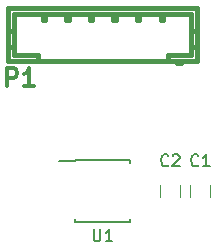
<source format=gto>
G04 #@! TF.FileFunction,Legend,Top*
%FSLAX46Y46*%
G04 Gerber Fmt 4.6, Leading zero omitted, Abs format (unit mm)*
G04 Created by KiCad (PCBNEW 4.0.7+dfsg1-1~bpo8+1) date Sun Dec 31 03:01:23 2017*
%MOMM*%
%LPD*%
G01*
G04 APERTURE LIST*
%ADD10C,0.100000*%
%ADD11C,0.150000*%
%ADD12C,0.120000*%
%ADD13C,0.381000*%
%ADD14C,0.304800*%
G04 APERTURE END LIST*
D10*
D11*
X87210000Y-93895000D02*
X87210000Y-94020000D01*
X91860000Y-93895000D02*
X91860000Y-94120000D01*
X91860000Y-99145000D02*
X91860000Y-98920000D01*
X87210000Y-99145000D02*
X87210000Y-98920000D01*
X87210000Y-93895000D02*
X91860000Y-93895000D01*
X87210000Y-99145000D02*
X91860000Y-99145000D01*
X87210000Y-94020000D02*
X85860000Y-94020000D01*
D12*
X96940000Y-96020000D02*
X96940000Y-97020000D01*
X98640000Y-97020000D02*
X98640000Y-96020000D01*
X94400000Y-96020000D02*
X94400000Y-97020000D01*
X96100000Y-97020000D02*
X96100000Y-96020000D01*
D13*
X97536000Y-85519260D02*
X81534000Y-85519260D01*
X82034380Y-81518760D02*
X97035620Y-81518760D01*
X97536000Y-81020920D02*
X81534000Y-81020920D01*
X84637880Y-81518760D02*
X84637880Y-82019140D01*
X84637880Y-82019140D02*
X84439760Y-82019140D01*
X84439760Y-82019140D02*
X84439760Y-81518760D01*
X88638380Y-81518760D02*
X88638380Y-82019140D01*
X88638380Y-82019140D02*
X88440260Y-82019140D01*
X88440260Y-82019140D02*
X88440260Y-81518760D01*
X86438740Y-82019140D02*
X86438740Y-81518760D01*
X86636860Y-82019140D02*
X86438740Y-82019140D01*
X86636860Y-81518760D02*
X86636860Y-82019140D01*
X92438220Y-82019140D02*
X92438220Y-81518760D01*
X92636340Y-82019140D02*
X92438220Y-82019140D01*
X92636340Y-81518760D02*
X92636340Y-82019140D01*
X94439740Y-82019140D02*
X94439740Y-81518760D01*
X94637860Y-82019140D02*
X94439740Y-82019140D01*
X94637860Y-81518760D02*
X94637860Y-82019140D01*
X90637360Y-81518760D02*
X90637360Y-82019140D01*
X90637360Y-82019140D02*
X90439240Y-82019140D01*
X90439240Y-82019140D02*
X90439240Y-81518760D01*
X81536540Y-84320380D02*
X82036920Y-84320380D01*
X82036920Y-83019900D02*
X81536540Y-83019900D01*
X97038160Y-83019900D02*
X97538540Y-83019900D01*
X97038160Y-84320380D02*
X97538540Y-84320380D01*
X95039180Y-85519260D02*
X95039180Y-85018880D01*
X95039180Y-85018880D02*
X97038160Y-85018880D01*
X97038160Y-85018880D02*
X97038160Y-81518760D01*
X82036920Y-81518760D02*
X82036920Y-85018880D01*
X82036920Y-85018880D02*
X84035900Y-85018880D01*
X84035900Y-85018880D02*
X84035900Y-85519260D01*
X97538540Y-85519260D02*
X97538540Y-81020920D01*
X81536540Y-85519260D02*
X81536540Y-81020920D01*
X95839280Y-85519260D02*
X95839280Y-85719920D01*
X95839280Y-85719920D02*
X96139000Y-85719920D01*
X96139000Y-85719920D02*
X96139000Y-85519260D01*
D11*
X88773095Y-99782381D02*
X88773095Y-100591905D01*
X88820714Y-100687143D01*
X88868333Y-100734762D01*
X88963571Y-100782381D01*
X89154048Y-100782381D01*
X89249286Y-100734762D01*
X89296905Y-100687143D01*
X89344524Y-100591905D01*
X89344524Y-99782381D01*
X90344524Y-100782381D02*
X89773095Y-100782381D01*
X90058809Y-100782381D02*
X90058809Y-99782381D01*
X89963571Y-99925238D01*
X89868333Y-100020476D01*
X89773095Y-100068095D01*
X97623334Y-94337143D02*
X97575715Y-94384762D01*
X97432858Y-94432381D01*
X97337620Y-94432381D01*
X97194762Y-94384762D01*
X97099524Y-94289524D01*
X97051905Y-94194286D01*
X97004286Y-94003810D01*
X97004286Y-93860952D01*
X97051905Y-93670476D01*
X97099524Y-93575238D01*
X97194762Y-93480000D01*
X97337620Y-93432381D01*
X97432858Y-93432381D01*
X97575715Y-93480000D01*
X97623334Y-93527619D01*
X98575715Y-94432381D02*
X98004286Y-94432381D01*
X98290000Y-94432381D02*
X98290000Y-93432381D01*
X98194762Y-93575238D01*
X98099524Y-93670476D01*
X98004286Y-93718095D01*
X95083334Y-94337143D02*
X95035715Y-94384762D01*
X94892858Y-94432381D01*
X94797620Y-94432381D01*
X94654762Y-94384762D01*
X94559524Y-94289524D01*
X94511905Y-94194286D01*
X94464286Y-94003810D01*
X94464286Y-93860952D01*
X94511905Y-93670476D01*
X94559524Y-93575238D01*
X94654762Y-93480000D01*
X94797620Y-93432381D01*
X94892858Y-93432381D01*
X95035715Y-93480000D01*
X95083334Y-93527619D01*
X95464286Y-93527619D02*
X95511905Y-93480000D01*
X95607143Y-93432381D01*
X95845239Y-93432381D01*
X95940477Y-93480000D01*
X95988096Y-93527619D01*
X96035715Y-93622857D01*
X96035715Y-93718095D01*
X95988096Y-93860952D01*
X95416667Y-94432381D01*
X96035715Y-94432381D01*
D14*
X81425143Y-87684429D02*
X81425143Y-86160429D01*
X82005715Y-86160429D01*
X82150857Y-86233000D01*
X82223429Y-86305571D01*
X82296000Y-86450714D01*
X82296000Y-86668429D01*
X82223429Y-86813571D01*
X82150857Y-86886143D01*
X82005715Y-86958714D01*
X81425143Y-86958714D01*
X83747429Y-87684429D02*
X82876572Y-87684429D01*
X83312000Y-87684429D02*
X83312000Y-86160429D01*
X83166857Y-86378143D01*
X83021715Y-86523286D01*
X82876572Y-86595857D01*
M02*

</source>
